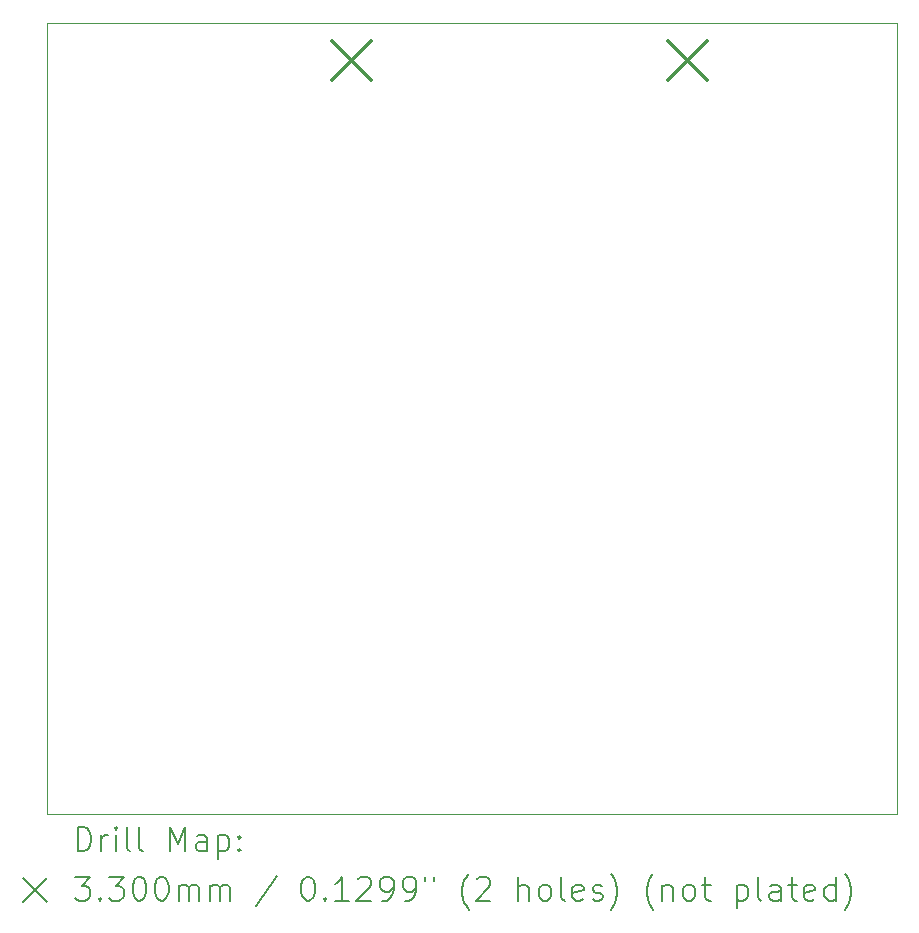
<source format=gbr>
%TF.GenerationSoftware,KiCad,Pcbnew,8.0.6*%
%TF.CreationDate,2025-01-14T13:25:41-05:00*%
%TF.ProjectId,LVDS_RasPi_Hat,4c564453-5f52-4617-9350-695f4861742e,rev?*%
%TF.SameCoordinates,Original*%
%TF.FileFunction,Drillmap*%
%TF.FilePolarity,Positive*%
%FSLAX45Y45*%
G04 Gerber Fmt 4.5, Leading zero omitted, Abs format (unit mm)*
G04 Created by KiCad (PCBNEW 8.0.6) date 2025-01-14 13:25:41*
%MOMM*%
%LPD*%
G01*
G04 APERTURE LIST*
%ADD10C,0.050000*%
%ADD11C,0.200000*%
%ADD12C,0.330000*%
G04 APERTURE END LIST*
D10*
X2515250Y-2250000D02*
X9715250Y-2250000D01*
X9715250Y-8950000D01*
X2515250Y-8950000D01*
X2515250Y-2250000D01*
D11*
D12*
X4927750Y-2410000D02*
X5257750Y-2740000D01*
X5257750Y-2410000D02*
X4927750Y-2740000D01*
X7772750Y-2410000D02*
X8102750Y-2740000D01*
X8102750Y-2410000D02*
X7772750Y-2740000D01*
D11*
X2773527Y-9263984D02*
X2773527Y-9063984D01*
X2773527Y-9063984D02*
X2821146Y-9063984D01*
X2821146Y-9063984D02*
X2849717Y-9073508D01*
X2849717Y-9073508D02*
X2868765Y-9092555D01*
X2868765Y-9092555D02*
X2878289Y-9111603D01*
X2878289Y-9111603D02*
X2887812Y-9149698D01*
X2887812Y-9149698D02*
X2887812Y-9178270D01*
X2887812Y-9178270D02*
X2878289Y-9216365D01*
X2878289Y-9216365D02*
X2868765Y-9235412D01*
X2868765Y-9235412D02*
X2849717Y-9254460D01*
X2849717Y-9254460D02*
X2821146Y-9263984D01*
X2821146Y-9263984D02*
X2773527Y-9263984D01*
X2973527Y-9263984D02*
X2973527Y-9130650D01*
X2973527Y-9168746D02*
X2983051Y-9149698D01*
X2983051Y-9149698D02*
X2992574Y-9140174D01*
X2992574Y-9140174D02*
X3011622Y-9130650D01*
X3011622Y-9130650D02*
X3030670Y-9130650D01*
X3097336Y-9263984D02*
X3097336Y-9130650D01*
X3097336Y-9063984D02*
X3087812Y-9073508D01*
X3087812Y-9073508D02*
X3097336Y-9083031D01*
X3097336Y-9083031D02*
X3106860Y-9073508D01*
X3106860Y-9073508D02*
X3097336Y-9063984D01*
X3097336Y-9063984D02*
X3097336Y-9083031D01*
X3221146Y-9263984D02*
X3202098Y-9254460D01*
X3202098Y-9254460D02*
X3192574Y-9235412D01*
X3192574Y-9235412D02*
X3192574Y-9063984D01*
X3325908Y-9263984D02*
X3306860Y-9254460D01*
X3306860Y-9254460D02*
X3297336Y-9235412D01*
X3297336Y-9235412D02*
X3297336Y-9063984D01*
X3554479Y-9263984D02*
X3554479Y-9063984D01*
X3554479Y-9063984D02*
X3621146Y-9206841D01*
X3621146Y-9206841D02*
X3687812Y-9063984D01*
X3687812Y-9063984D02*
X3687812Y-9263984D01*
X3868765Y-9263984D02*
X3868765Y-9159222D01*
X3868765Y-9159222D02*
X3859241Y-9140174D01*
X3859241Y-9140174D02*
X3840193Y-9130650D01*
X3840193Y-9130650D02*
X3802098Y-9130650D01*
X3802098Y-9130650D02*
X3783051Y-9140174D01*
X3868765Y-9254460D02*
X3849717Y-9263984D01*
X3849717Y-9263984D02*
X3802098Y-9263984D01*
X3802098Y-9263984D02*
X3783051Y-9254460D01*
X3783051Y-9254460D02*
X3773527Y-9235412D01*
X3773527Y-9235412D02*
X3773527Y-9216365D01*
X3773527Y-9216365D02*
X3783051Y-9197317D01*
X3783051Y-9197317D02*
X3802098Y-9187793D01*
X3802098Y-9187793D02*
X3849717Y-9187793D01*
X3849717Y-9187793D02*
X3868765Y-9178270D01*
X3964003Y-9130650D02*
X3964003Y-9330650D01*
X3964003Y-9140174D02*
X3983051Y-9130650D01*
X3983051Y-9130650D02*
X4021146Y-9130650D01*
X4021146Y-9130650D02*
X4040193Y-9140174D01*
X4040193Y-9140174D02*
X4049717Y-9149698D01*
X4049717Y-9149698D02*
X4059241Y-9168746D01*
X4059241Y-9168746D02*
X4059241Y-9225889D01*
X4059241Y-9225889D02*
X4049717Y-9244936D01*
X4049717Y-9244936D02*
X4040193Y-9254460D01*
X4040193Y-9254460D02*
X4021146Y-9263984D01*
X4021146Y-9263984D02*
X3983051Y-9263984D01*
X3983051Y-9263984D02*
X3964003Y-9254460D01*
X4144955Y-9244936D02*
X4154479Y-9254460D01*
X4154479Y-9254460D02*
X4144955Y-9263984D01*
X4144955Y-9263984D02*
X4135432Y-9254460D01*
X4135432Y-9254460D02*
X4144955Y-9244936D01*
X4144955Y-9244936D02*
X4144955Y-9263984D01*
X4144955Y-9140174D02*
X4154479Y-9149698D01*
X4154479Y-9149698D02*
X4144955Y-9159222D01*
X4144955Y-9159222D02*
X4135432Y-9149698D01*
X4135432Y-9149698D02*
X4144955Y-9140174D01*
X4144955Y-9140174D02*
X4144955Y-9159222D01*
X2312750Y-9492500D02*
X2512750Y-9692500D01*
X2512750Y-9492500D02*
X2312750Y-9692500D01*
X2754479Y-9483984D02*
X2878289Y-9483984D01*
X2878289Y-9483984D02*
X2811622Y-9560174D01*
X2811622Y-9560174D02*
X2840193Y-9560174D01*
X2840193Y-9560174D02*
X2859241Y-9569698D01*
X2859241Y-9569698D02*
X2868765Y-9579222D01*
X2868765Y-9579222D02*
X2878289Y-9598270D01*
X2878289Y-9598270D02*
X2878289Y-9645889D01*
X2878289Y-9645889D02*
X2868765Y-9664936D01*
X2868765Y-9664936D02*
X2859241Y-9674460D01*
X2859241Y-9674460D02*
X2840193Y-9683984D01*
X2840193Y-9683984D02*
X2783051Y-9683984D01*
X2783051Y-9683984D02*
X2764003Y-9674460D01*
X2764003Y-9674460D02*
X2754479Y-9664936D01*
X2964003Y-9664936D02*
X2973527Y-9674460D01*
X2973527Y-9674460D02*
X2964003Y-9683984D01*
X2964003Y-9683984D02*
X2954479Y-9674460D01*
X2954479Y-9674460D02*
X2964003Y-9664936D01*
X2964003Y-9664936D02*
X2964003Y-9683984D01*
X3040193Y-9483984D02*
X3164003Y-9483984D01*
X3164003Y-9483984D02*
X3097336Y-9560174D01*
X3097336Y-9560174D02*
X3125908Y-9560174D01*
X3125908Y-9560174D02*
X3144955Y-9569698D01*
X3144955Y-9569698D02*
X3154479Y-9579222D01*
X3154479Y-9579222D02*
X3164003Y-9598270D01*
X3164003Y-9598270D02*
X3164003Y-9645889D01*
X3164003Y-9645889D02*
X3154479Y-9664936D01*
X3154479Y-9664936D02*
X3144955Y-9674460D01*
X3144955Y-9674460D02*
X3125908Y-9683984D01*
X3125908Y-9683984D02*
X3068765Y-9683984D01*
X3068765Y-9683984D02*
X3049717Y-9674460D01*
X3049717Y-9674460D02*
X3040193Y-9664936D01*
X3287812Y-9483984D02*
X3306860Y-9483984D01*
X3306860Y-9483984D02*
X3325908Y-9493508D01*
X3325908Y-9493508D02*
X3335432Y-9503031D01*
X3335432Y-9503031D02*
X3344955Y-9522079D01*
X3344955Y-9522079D02*
X3354479Y-9560174D01*
X3354479Y-9560174D02*
X3354479Y-9607793D01*
X3354479Y-9607793D02*
X3344955Y-9645889D01*
X3344955Y-9645889D02*
X3335432Y-9664936D01*
X3335432Y-9664936D02*
X3325908Y-9674460D01*
X3325908Y-9674460D02*
X3306860Y-9683984D01*
X3306860Y-9683984D02*
X3287812Y-9683984D01*
X3287812Y-9683984D02*
X3268765Y-9674460D01*
X3268765Y-9674460D02*
X3259241Y-9664936D01*
X3259241Y-9664936D02*
X3249717Y-9645889D01*
X3249717Y-9645889D02*
X3240193Y-9607793D01*
X3240193Y-9607793D02*
X3240193Y-9560174D01*
X3240193Y-9560174D02*
X3249717Y-9522079D01*
X3249717Y-9522079D02*
X3259241Y-9503031D01*
X3259241Y-9503031D02*
X3268765Y-9493508D01*
X3268765Y-9493508D02*
X3287812Y-9483984D01*
X3478289Y-9483984D02*
X3497336Y-9483984D01*
X3497336Y-9483984D02*
X3516384Y-9493508D01*
X3516384Y-9493508D02*
X3525908Y-9503031D01*
X3525908Y-9503031D02*
X3535432Y-9522079D01*
X3535432Y-9522079D02*
X3544955Y-9560174D01*
X3544955Y-9560174D02*
X3544955Y-9607793D01*
X3544955Y-9607793D02*
X3535432Y-9645889D01*
X3535432Y-9645889D02*
X3525908Y-9664936D01*
X3525908Y-9664936D02*
X3516384Y-9674460D01*
X3516384Y-9674460D02*
X3497336Y-9683984D01*
X3497336Y-9683984D02*
X3478289Y-9683984D01*
X3478289Y-9683984D02*
X3459241Y-9674460D01*
X3459241Y-9674460D02*
X3449717Y-9664936D01*
X3449717Y-9664936D02*
X3440193Y-9645889D01*
X3440193Y-9645889D02*
X3430670Y-9607793D01*
X3430670Y-9607793D02*
X3430670Y-9560174D01*
X3430670Y-9560174D02*
X3440193Y-9522079D01*
X3440193Y-9522079D02*
X3449717Y-9503031D01*
X3449717Y-9503031D02*
X3459241Y-9493508D01*
X3459241Y-9493508D02*
X3478289Y-9483984D01*
X3630670Y-9683984D02*
X3630670Y-9550650D01*
X3630670Y-9569698D02*
X3640193Y-9560174D01*
X3640193Y-9560174D02*
X3659241Y-9550650D01*
X3659241Y-9550650D02*
X3687813Y-9550650D01*
X3687813Y-9550650D02*
X3706860Y-9560174D01*
X3706860Y-9560174D02*
X3716384Y-9579222D01*
X3716384Y-9579222D02*
X3716384Y-9683984D01*
X3716384Y-9579222D02*
X3725908Y-9560174D01*
X3725908Y-9560174D02*
X3744955Y-9550650D01*
X3744955Y-9550650D02*
X3773527Y-9550650D01*
X3773527Y-9550650D02*
X3792574Y-9560174D01*
X3792574Y-9560174D02*
X3802098Y-9579222D01*
X3802098Y-9579222D02*
X3802098Y-9683984D01*
X3897336Y-9683984D02*
X3897336Y-9550650D01*
X3897336Y-9569698D02*
X3906860Y-9560174D01*
X3906860Y-9560174D02*
X3925908Y-9550650D01*
X3925908Y-9550650D02*
X3954479Y-9550650D01*
X3954479Y-9550650D02*
X3973527Y-9560174D01*
X3973527Y-9560174D02*
X3983051Y-9579222D01*
X3983051Y-9579222D02*
X3983051Y-9683984D01*
X3983051Y-9579222D02*
X3992574Y-9560174D01*
X3992574Y-9560174D02*
X4011622Y-9550650D01*
X4011622Y-9550650D02*
X4040193Y-9550650D01*
X4040193Y-9550650D02*
X4059241Y-9560174D01*
X4059241Y-9560174D02*
X4068765Y-9579222D01*
X4068765Y-9579222D02*
X4068765Y-9683984D01*
X4459241Y-9474460D02*
X4287813Y-9731603D01*
X4716384Y-9483984D02*
X4735432Y-9483984D01*
X4735432Y-9483984D02*
X4754479Y-9493508D01*
X4754479Y-9493508D02*
X4764003Y-9503031D01*
X4764003Y-9503031D02*
X4773527Y-9522079D01*
X4773527Y-9522079D02*
X4783051Y-9560174D01*
X4783051Y-9560174D02*
X4783051Y-9607793D01*
X4783051Y-9607793D02*
X4773527Y-9645889D01*
X4773527Y-9645889D02*
X4764003Y-9664936D01*
X4764003Y-9664936D02*
X4754479Y-9674460D01*
X4754479Y-9674460D02*
X4735432Y-9683984D01*
X4735432Y-9683984D02*
X4716384Y-9683984D01*
X4716384Y-9683984D02*
X4697337Y-9674460D01*
X4697337Y-9674460D02*
X4687813Y-9664936D01*
X4687813Y-9664936D02*
X4678289Y-9645889D01*
X4678289Y-9645889D02*
X4668765Y-9607793D01*
X4668765Y-9607793D02*
X4668765Y-9560174D01*
X4668765Y-9560174D02*
X4678289Y-9522079D01*
X4678289Y-9522079D02*
X4687813Y-9503031D01*
X4687813Y-9503031D02*
X4697337Y-9493508D01*
X4697337Y-9493508D02*
X4716384Y-9483984D01*
X4868765Y-9664936D02*
X4878289Y-9674460D01*
X4878289Y-9674460D02*
X4868765Y-9683984D01*
X4868765Y-9683984D02*
X4859241Y-9674460D01*
X4859241Y-9674460D02*
X4868765Y-9664936D01*
X4868765Y-9664936D02*
X4868765Y-9683984D01*
X5068765Y-9683984D02*
X4954479Y-9683984D01*
X5011622Y-9683984D02*
X5011622Y-9483984D01*
X5011622Y-9483984D02*
X4992575Y-9512555D01*
X4992575Y-9512555D02*
X4973527Y-9531603D01*
X4973527Y-9531603D02*
X4954479Y-9541127D01*
X5144956Y-9503031D02*
X5154479Y-9493508D01*
X5154479Y-9493508D02*
X5173527Y-9483984D01*
X5173527Y-9483984D02*
X5221146Y-9483984D01*
X5221146Y-9483984D02*
X5240194Y-9493508D01*
X5240194Y-9493508D02*
X5249718Y-9503031D01*
X5249718Y-9503031D02*
X5259241Y-9522079D01*
X5259241Y-9522079D02*
X5259241Y-9541127D01*
X5259241Y-9541127D02*
X5249718Y-9569698D01*
X5249718Y-9569698D02*
X5135432Y-9683984D01*
X5135432Y-9683984D02*
X5259241Y-9683984D01*
X5354479Y-9683984D02*
X5392575Y-9683984D01*
X5392575Y-9683984D02*
X5411622Y-9674460D01*
X5411622Y-9674460D02*
X5421146Y-9664936D01*
X5421146Y-9664936D02*
X5440194Y-9636365D01*
X5440194Y-9636365D02*
X5449718Y-9598270D01*
X5449718Y-9598270D02*
X5449718Y-9522079D01*
X5449718Y-9522079D02*
X5440194Y-9503031D01*
X5440194Y-9503031D02*
X5430670Y-9493508D01*
X5430670Y-9493508D02*
X5411622Y-9483984D01*
X5411622Y-9483984D02*
X5373527Y-9483984D01*
X5373527Y-9483984D02*
X5354479Y-9493508D01*
X5354479Y-9493508D02*
X5344956Y-9503031D01*
X5344956Y-9503031D02*
X5335432Y-9522079D01*
X5335432Y-9522079D02*
X5335432Y-9569698D01*
X5335432Y-9569698D02*
X5344956Y-9588746D01*
X5344956Y-9588746D02*
X5354479Y-9598270D01*
X5354479Y-9598270D02*
X5373527Y-9607793D01*
X5373527Y-9607793D02*
X5411622Y-9607793D01*
X5411622Y-9607793D02*
X5430670Y-9598270D01*
X5430670Y-9598270D02*
X5440194Y-9588746D01*
X5440194Y-9588746D02*
X5449718Y-9569698D01*
X5544956Y-9683984D02*
X5583051Y-9683984D01*
X5583051Y-9683984D02*
X5602098Y-9674460D01*
X5602098Y-9674460D02*
X5611622Y-9664936D01*
X5611622Y-9664936D02*
X5630670Y-9636365D01*
X5630670Y-9636365D02*
X5640194Y-9598270D01*
X5640194Y-9598270D02*
X5640194Y-9522079D01*
X5640194Y-9522079D02*
X5630670Y-9503031D01*
X5630670Y-9503031D02*
X5621146Y-9493508D01*
X5621146Y-9493508D02*
X5602098Y-9483984D01*
X5602098Y-9483984D02*
X5564003Y-9483984D01*
X5564003Y-9483984D02*
X5544956Y-9493508D01*
X5544956Y-9493508D02*
X5535432Y-9503031D01*
X5535432Y-9503031D02*
X5525908Y-9522079D01*
X5525908Y-9522079D02*
X5525908Y-9569698D01*
X5525908Y-9569698D02*
X5535432Y-9588746D01*
X5535432Y-9588746D02*
X5544956Y-9598270D01*
X5544956Y-9598270D02*
X5564003Y-9607793D01*
X5564003Y-9607793D02*
X5602098Y-9607793D01*
X5602098Y-9607793D02*
X5621146Y-9598270D01*
X5621146Y-9598270D02*
X5630670Y-9588746D01*
X5630670Y-9588746D02*
X5640194Y-9569698D01*
X5716384Y-9483984D02*
X5716384Y-9522079D01*
X5792575Y-9483984D02*
X5792575Y-9522079D01*
X6087813Y-9760174D02*
X6078289Y-9750650D01*
X6078289Y-9750650D02*
X6059241Y-9722079D01*
X6059241Y-9722079D02*
X6049718Y-9703031D01*
X6049718Y-9703031D02*
X6040194Y-9674460D01*
X6040194Y-9674460D02*
X6030670Y-9626841D01*
X6030670Y-9626841D02*
X6030670Y-9588746D01*
X6030670Y-9588746D02*
X6040194Y-9541127D01*
X6040194Y-9541127D02*
X6049718Y-9512555D01*
X6049718Y-9512555D02*
X6059241Y-9493508D01*
X6059241Y-9493508D02*
X6078289Y-9464936D01*
X6078289Y-9464936D02*
X6087813Y-9455412D01*
X6154479Y-9503031D02*
X6164003Y-9493508D01*
X6164003Y-9493508D02*
X6183051Y-9483984D01*
X6183051Y-9483984D02*
X6230670Y-9483984D01*
X6230670Y-9483984D02*
X6249718Y-9493508D01*
X6249718Y-9493508D02*
X6259241Y-9503031D01*
X6259241Y-9503031D02*
X6268765Y-9522079D01*
X6268765Y-9522079D02*
X6268765Y-9541127D01*
X6268765Y-9541127D02*
X6259241Y-9569698D01*
X6259241Y-9569698D02*
X6144956Y-9683984D01*
X6144956Y-9683984D02*
X6268765Y-9683984D01*
X6506860Y-9683984D02*
X6506860Y-9483984D01*
X6592575Y-9683984D02*
X6592575Y-9579222D01*
X6592575Y-9579222D02*
X6583051Y-9560174D01*
X6583051Y-9560174D02*
X6564003Y-9550650D01*
X6564003Y-9550650D02*
X6535432Y-9550650D01*
X6535432Y-9550650D02*
X6516384Y-9560174D01*
X6516384Y-9560174D02*
X6506860Y-9569698D01*
X6716384Y-9683984D02*
X6697337Y-9674460D01*
X6697337Y-9674460D02*
X6687813Y-9664936D01*
X6687813Y-9664936D02*
X6678289Y-9645889D01*
X6678289Y-9645889D02*
X6678289Y-9588746D01*
X6678289Y-9588746D02*
X6687813Y-9569698D01*
X6687813Y-9569698D02*
X6697337Y-9560174D01*
X6697337Y-9560174D02*
X6716384Y-9550650D01*
X6716384Y-9550650D02*
X6744956Y-9550650D01*
X6744956Y-9550650D02*
X6764003Y-9560174D01*
X6764003Y-9560174D02*
X6773527Y-9569698D01*
X6773527Y-9569698D02*
X6783051Y-9588746D01*
X6783051Y-9588746D02*
X6783051Y-9645889D01*
X6783051Y-9645889D02*
X6773527Y-9664936D01*
X6773527Y-9664936D02*
X6764003Y-9674460D01*
X6764003Y-9674460D02*
X6744956Y-9683984D01*
X6744956Y-9683984D02*
X6716384Y-9683984D01*
X6897337Y-9683984D02*
X6878289Y-9674460D01*
X6878289Y-9674460D02*
X6868765Y-9655412D01*
X6868765Y-9655412D02*
X6868765Y-9483984D01*
X7049718Y-9674460D02*
X7030670Y-9683984D01*
X7030670Y-9683984D02*
X6992575Y-9683984D01*
X6992575Y-9683984D02*
X6973527Y-9674460D01*
X6973527Y-9674460D02*
X6964003Y-9655412D01*
X6964003Y-9655412D02*
X6964003Y-9579222D01*
X6964003Y-9579222D02*
X6973527Y-9560174D01*
X6973527Y-9560174D02*
X6992575Y-9550650D01*
X6992575Y-9550650D02*
X7030670Y-9550650D01*
X7030670Y-9550650D02*
X7049718Y-9560174D01*
X7049718Y-9560174D02*
X7059241Y-9579222D01*
X7059241Y-9579222D02*
X7059241Y-9598270D01*
X7059241Y-9598270D02*
X6964003Y-9617317D01*
X7135432Y-9674460D02*
X7154480Y-9683984D01*
X7154480Y-9683984D02*
X7192575Y-9683984D01*
X7192575Y-9683984D02*
X7211622Y-9674460D01*
X7211622Y-9674460D02*
X7221146Y-9655412D01*
X7221146Y-9655412D02*
X7221146Y-9645889D01*
X7221146Y-9645889D02*
X7211622Y-9626841D01*
X7211622Y-9626841D02*
X7192575Y-9617317D01*
X7192575Y-9617317D02*
X7164003Y-9617317D01*
X7164003Y-9617317D02*
X7144956Y-9607793D01*
X7144956Y-9607793D02*
X7135432Y-9588746D01*
X7135432Y-9588746D02*
X7135432Y-9579222D01*
X7135432Y-9579222D02*
X7144956Y-9560174D01*
X7144956Y-9560174D02*
X7164003Y-9550650D01*
X7164003Y-9550650D02*
X7192575Y-9550650D01*
X7192575Y-9550650D02*
X7211622Y-9560174D01*
X7287813Y-9760174D02*
X7297337Y-9750650D01*
X7297337Y-9750650D02*
X7316384Y-9722079D01*
X7316384Y-9722079D02*
X7325908Y-9703031D01*
X7325908Y-9703031D02*
X7335432Y-9674460D01*
X7335432Y-9674460D02*
X7344956Y-9626841D01*
X7344956Y-9626841D02*
X7344956Y-9588746D01*
X7344956Y-9588746D02*
X7335432Y-9541127D01*
X7335432Y-9541127D02*
X7325908Y-9512555D01*
X7325908Y-9512555D02*
X7316384Y-9493508D01*
X7316384Y-9493508D02*
X7297337Y-9464936D01*
X7297337Y-9464936D02*
X7287813Y-9455412D01*
X7649718Y-9760174D02*
X7640194Y-9750650D01*
X7640194Y-9750650D02*
X7621146Y-9722079D01*
X7621146Y-9722079D02*
X7611622Y-9703031D01*
X7611622Y-9703031D02*
X7602099Y-9674460D01*
X7602099Y-9674460D02*
X7592575Y-9626841D01*
X7592575Y-9626841D02*
X7592575Y-9588746D01*
X7592575Y-9588746D02*
X7602099Y-9541127D01*
X7602099Y-9541127D02*
X7611622Y-9512555D01*
X7611622Y-9512555D02*
X7621146Y-9493508D01*
X7621146Y-9493508D02*
X7640194Y-9464936D01*
X7640194Y-9464936D02*
X7649718Y-9455412D01*
X7725908Y-9550650D02*
X7725908Y-9683984D01*
X7725908Y-9569698D02*
X7735432Y-9560174D01*
X7735432Y-9560174D02*
X7754480Y-9550650D01*
X7754480Y-9550650D02*
X7783051Y-9550650D01*
X7783051Y-9550650D02*
X7802099Y-9560174D01*
X7802099Y-9560174D02*
X7811622Y-9579222D01*
X7811622Y-9579222D02*
X7811622Y-9683984D01*
X7935432Y-9683984D02*
X7916384Y-9674460D01*
X7916384Y-9674460D02*
X7906861Y-9664936D01*
X7906861Y-9664936D02*
X7897337Y-9645889D01*
X7897337Y-9645889D02*
X7897337Y-9588746D01*
X7897337Y-9588746D02*
X7906861Y-9569698D01*
X7906861Y-9569698D02*
X7916384Y-9560174D01*
X7916384Y-9560174D02*
X7935432Y-9550650D01*
X7935432Y-9550650D02*
X7964003Y-9550650D01*
X7964003Y-9550650D02*
X7983051Y-9560174D01*
X7983051Y-9560174D02*
X7992575Y-9569698D01*
X7992575Y-9569698D02*
X8002099Y-9588746D01*
X8002099Y-9588746D02*
X8002099Y-9645889D01*
X8002099Y-9645889D02*
X7992575Y-9664936D01*
X7992575Y-9664936D02*
X7983051Y-9674460D01*
X7983051Y-9674460D02*
X7964003Y-9683984D01*
X7964003Y-9683984D02*
X7935432Y-9683984D01*
X8059242Y-9550650D02*
X8135432Y-9550650D01*
X8087813Y-9483984D02*
X8087813Y-9655412D01*
X8087813Y-9655412D02*
X8097337Y-9674460D01*
X8097337Y-9674460D02*
X8116384Y-9683984D01*
X8116384Y-9683984D02*
X8135432Y-9683984D01*
X8354480Y-9550650D02*
X8354480Y-9750650D01*
X8354480Y-9560174D02*
X8373527Y-9550650D01*
X8373527Y-9550650D02*
X8411623Y-9550650D01*
X8411623Y-9550650D02*
X8430670Y-9560174D01*
X8430670Y-9560174D02*
X8440194Y-9569698D01*
X8440194Y-9569698D02*
X8449718Y-9588746D01*
X8449718Y-9588746D02*
X8449718Y-9645889D01*
X8449718Y-9645889D02*
X8440194Y-9664936D01*
X8440194Y-9664936D02*
X8430670Y-9674460D01*
X8430670Y-9674460D02*
X8411623Y-9683984D01*
X8411623Y-9683984D02*
X8373527Y-9683984D01*
X8373527Y-9683984D02*
X8354480Y-9674460D01*
X8564004Y-9683984D02*
X8544956Y-9674460D01*
X8544956Y-9674460D02*
X8535432Y-9655412D01*
X8535432Y-9655412D02*
X8535432Y-9483984D01*
X8725908Y-9683984D02*
X8725908Y-9579222D01*
X8725908Y-9579222D02*
X8716385Y-9560174D01*
X8716385Y-9560174D02*
X8697337Y-9550650D01*
X8697337Y-9550650D02*
X8659242Y-9550650D01*
X8659242Y-9550650D02*
X8640194Y-9560174D01*
X8725908Y-9674460D02*
X8706861Y-9683984D01*
X8706861Y-9683984D02*
X8659242Y-9683984D01*
X8659242Y-9683984D02*
X8640194Y-9674460D01*
X8640194Y-9674460D02*
X8630670Y-9655412D01*
X8630670Y-9655412D02*
X8630670Y-9636365D01*
X8630670Y-9636365D02*
X8640194Y-9617317D01*
X8640194Y-9617317D02*
X8659242Y-9607793D01*
X8659242Y-9607793D02*
X8706861Y-9607793D01*
X8706861Y-9607793D02*
X8725908Y-9598270D01*
X8792575Y-9550650D02*
X8868765Y-9550650D01*
X8821146Y-9483984D02*
X8821146Y-9655412D01*
X8821146Y-9655412D02*
X8830670Y-9674460D01*
X8830670Y-9674460D02*
X8849718Y-9683984D01*
X8849718Y-9683984D02*
X8868765Y-9683984D01*
X9011623Y-9674460D02*
X8992575Y-9683984D01*
X8992575Y-9683984D02*
X8954480Y-9683984D01*
X8954480Y-9683984D02*
X8935432Y-9674460D01*
X8935432Y-9674460D02*
X8925908Y-9655412D01*
X8925908Y-9655412D02*
X8925908Y-9579222D01*
X8925908Y-9579222D02*
X8935432Y-9560174D01*
X8935432Y-9560174D02*
X8954480Y-9550650D01*
X8954480Y-9550650D02*
X8992575Y-9550650D01*
X8992575Y-9550650D02*
X9011623Y-9560174D01*
X9011623Y-9560174D02*
X9021146Y-9579222D01*
X9021146Y-9579222D02*
X9021146Y-9598270D01*
X9021146Y-9598270D02*
X8925908Y-9617317D01*
X9192575Y-9683984D02*
X9192575Y-9483984D01*
X9192575Y-9674460D02*
X9173527Y-9683984D01*
X9173527Y-9683984D02*
X9135432Y-9683984D01*
X9135432Y-9683984D02*
X9116385Y-9674460D01*
X9116385Y-9674460D02*
X9106861Y-9664936D01*
X9106861Y-9664936D02*
X9097337Y-9645889D01*
X9097337Y-9645889D02*
X9097337Y-9588746D01*
X9097337Y-9588746D02*
X9106861Y-9569698D01*
X9106861Y-9569698D02*
X9116385Y-9560174D01*
X9116385Y-9560174D02*
X9135432Y-9550650D01*
X9135432Y-9550650D02*
X9173527Y-9550650D01*
X9173527Y-9550650D02*
X9192575Y-9560174D01*
X9268766Y-9760174D02*
X9278289Y-9750650D01*
X9278289Y-9750650D02*
X9297337Y-9722079D01*
X9297337Y-9722079D02*
X9306861Y-9703031D01*
X9306861Y-9703031D02*
X9316385Y-9674460D01*
X9316385Y-9674460D02*
X9325908Y-9626841D01*
X9325908Y-9626841D02*
X9325908Y-9588746D01*
X9325908Y-9588746D02*
X9316385Y-9541127D01*
X9316385Y-9541127D02*
X9306861Y-9512555D01*
X9306861Y-9512555D02*
X9297337Y-9493508D01*
X9297337Y-9493508D02*
X9278289Y-9464936D01*
X9278289Y-9464936D02*
X9268766Y-9455412D01*
M02*

</source>
